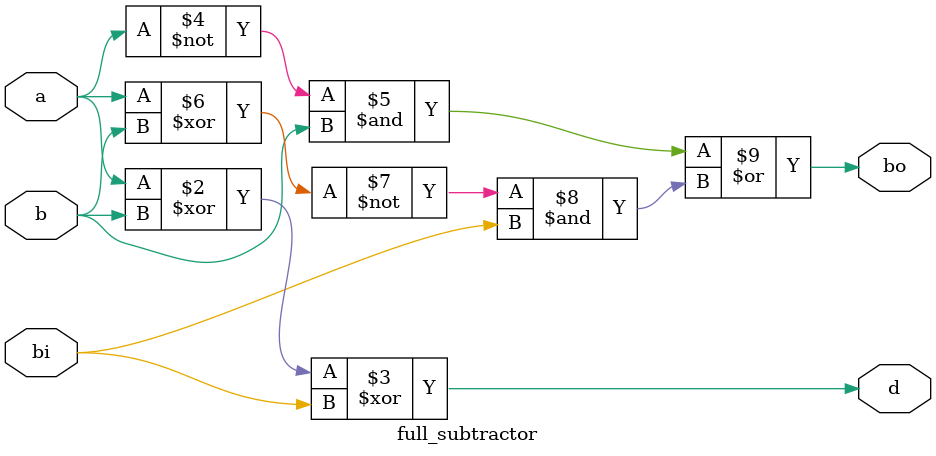
<source format=v>
`timescale 1ps/1ps

module full_subtractor (
    d,
    bo,
    a,
    b,
    bi
);

    input a,b,bi;
    output reg d,bo;

    always @(*) begin
       d = a^b^bi;
       bo = ((~a)&b)|(~(a^b)&bi);
    end
    
endmodule
</source>
